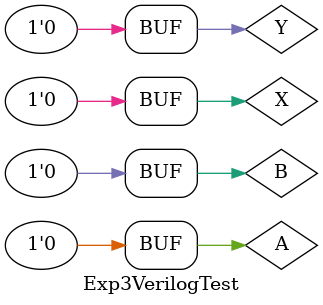
<source format=v>
`timescale 1ns / 1ps


module Exp3VerilogTest;

	// Inputs
	reg A;
	reg B;
	reg X;
	reg Y;

	// Outputs
	wire F;

	// Instantiate the Unit Under Test (UUT)
	Exp3Verilog uut (
		.A(A), 
		.B(B), 
		.X(X), 
		.Y(Y), 
		.F(F)
	);

	initial begin
		// Initialize Inputs
		A = 0;
		B = 0;
		X = 0;
		Y = 0;

		// Wait 100 ns for global reset to finish
		#100;
        
		// Add stimulus here

	end
      
endmodule


</source>
